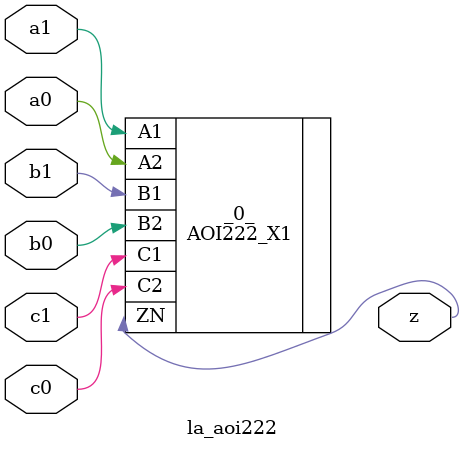
<source format=v>
/* Generated by Yosys 0.37 (git sha1 a5c7f69ed, clang 14.0.0-1ubuntu1.1 -fPIC -Os) */

module la_aoi222(a0, a1, b0, b1, c0, c1, z);
  input a0;
  wire a0;
  input a1;
  wire a1;
  input b0;
  wire b0;
  input b1;
  wire b1;
  input c0;
  wire c0;
  input c1;
  wire c1;
  output z;
  wire z;
  AOI222_X1 _0_ (
    .A1(a1),
    .A2(a0),
    .B1(b1),
    .B2(b0),
    .C1(c1),
    .C2(c0),
    .ZN(z)
  );
endmodule

</source>
